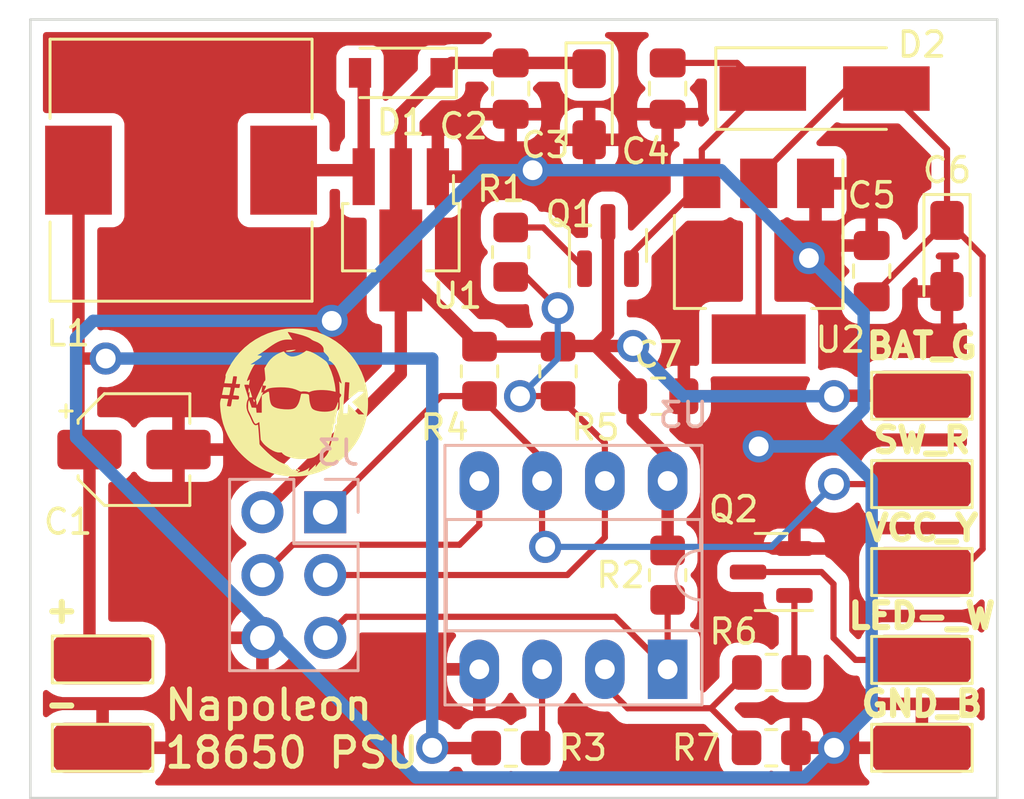
<source format=kicad_pcb>
(kicad_pcb (version 20211014) (generator pcbnew)

  (general
    (thickness 1.6)
  )

  (paper "A5")
  (title_block
    (title "Napoleon Grill Battery Supply")
    (date "2024-10-22")
    (rev "0.1-alpha")
    (company "Yavook!de")
  )

  (layers
    (0 "F.Cu" signal)
    (31 "B.Cu" signal)
    (32 "B.Adhes" user "B.Adhesive")
    (33 "F.Adhes" user "F.Adhesive")
    (34 "B.Paste" user)
    (35 "F.Paste" user)
    (36 "B.SilkS" user "B.Silkscreen")
    (37 "F.SilkS" user "F.Silkscreen")
    (38 "B.Mask" user)
    (39 "F.Mask" user)
    (40 "Dwgs.User" user "User.Drawings")
    (41 "Cmts.User" user "User.Comments")
    (42 "Eco1.User" user "User.Eco1")
    (43 "Eco2.User" user "User.Eco2")
    (44 "Edge.Cuts" user)
    (45 "Margin" user)
    (46 "B.CrtYd" user "B.Courtyard")
    (47 "F.CrtYd" user "F.Courtyard")
    (48 "B.Fab" user)
    (49 "F.Fab" user)
    (50 "User.1" user "Nutzer.1")
    (51 "User.2" user "Nutzer.2")
    (52 "User.3" user "Nutzer.3")
    (53 "User.4" user "Nutzer.4")
    (54 "User.5" user "Nutzer.5")
    (55 "User.6" user "Nutzer.6")
    (56 "User.7" user "Nutzer.7")
    (57 "User.8" user "Nutzer.8")
    (58 "User.9" user "Nutzer.9")
  )

  (setup
    (stackup
      (layer "F.SilkS" (type "Top Silk Screen"))
      (layer "F.Paste" (type "Top Solder Paste"))
      (layer "F.Mask" (type "Top Solder Mask") (thickness 0.01))
      (layer "F.Cu" (type "copper") (thickness 0.035))
      (layer "dielectric 1" (type "core") (thickness 1.51) (material "FR4") (epsilon_r 4.5) (loss_tangent 0.02))
      (layer "B.Cu" (type "copper") (thickness 0.035))
      (layer "B.Mask" (type "Bottom Solder Mask") (thickness 0.01))
      (layer "B.Paste" (type "Bottom Solder Paste"))
      (layer "B.SilkS" (type "Bottom Silk Screen"))
      (copper_finish "None")
      (dielectric_constraints no)
    )
    (pad_to_mask_clearance 0)
    (pcbplotparams
      (layerselection 0x0000000_7fffffff)
      (disableapertmacros false)
      (usegerberextensions false)
      (usegerberattributes true)
      (usegerberadvancedattributes true)
      (creategerberjobfile true)
      (svguseinch false)
      (svgprecision 6)
      (excludeedgelayer false)
      (plotframeref true)
      (viasonmask true)
      (mode 1)
      (useauxorigin false)
      (hpglpennumber 1)
      (hpglpenspeed 20)
      (hpglpendiameter 15.000000)
      (dxfpolygonmode true)
      (dxfimperialunits true)
      (dxfusepcbnewfont true)
      (psnegative true)
      (psa4output false)
      (plotreference false)
      (plotvalue false)
      (plotinvisibletext false)
      (sketchpadsonfab false)
      (subtractmaskfromsilk false)
      (outputformat 4)
      (mirror true)
      (drillshape 1)
      (scaleselection 1)
      (outputdirectory "")
    )
  )

  (net 0 "")
  (net 1 "+BATT")
  (net 2 "GND")
  (net 3 "+5V")
  (net 4 "Net-(C4-Pad2)")
  (net 5 "+3V3")
  (net 6 "Net-(D1-Pad2)")
  (net 7 "SW")
  (net 8 "LED-")
  (net 9 "~{3V3_EN}")
  (net 10 "/(MOSI)")
  (net 11 "/(~{RST})")
  (net 12 "Net-(Q1-Pad1)")
  (net 13 "Net-(Q2-Pad1)")
  (net 14 "/BAT_SENSE")
  (net 15 "/LED_ON")

  (footprint "Resistor_SMD:R_0805_2012Metric_Pad1.20x1.40mm_HandSolder" (layer "F.Cu") (at 37.211 27.194 90))

  (footprint "Resistor_SMD:R_0805_2012Metric_Pad1.20x1.40mm_HandSolder" (layer "F.Cu") (at 43.561 40.259 90))

  (footprint "Capacitor_SMD:C_0805_2012Metric_Pad1.18x1.45mm_HandSolder" (layer "F.Cu") (at 51.816 27.9615 90))

  (footprint "Package_TO_SOT_SMD:SOT-223-3_TabPin2" (layer "F.Cu") (at 47.244 27.559 -90))

  (footprint "Capacitor_Tantalum_SMD:CP_EIA-3216-18_Kemet-A_Pad1.58x1.35mm_HandSolder" (layer "F.Cu") (at 54.864 27.3455 -90))

  (footprint "Inductor_SMD:L_10.4x10.4_H4.8" (layer "F.Cu") (at 23.876 23.876))

  (footprint "Resistor_SMD:R_0805_2012Metric_Pad1.20x1.40mm_HandSolder" (layer "F.Cu") (at 39.126 32.014 90))

  (footprint "Diode_SMD:D_SMA_Handsoldering" (layer "F.Cu") (at 49.911 20.574))

  (footprint "Capacitor_SMD:CP_Elec_4x5.4" (layer "F.Cu") (at 21.971 35.179))

  (footprint "Capacitor_SMD:C_0805_2012Metric_Pad1.18x1.45mm_HandSolder" (layer "F.Cu") (at 43.18 33.02))

  (footprint "Package_TO_SOT_SMD:SOT-89-3_Handsoldering" (layer "F.Cu") (at 32.766 26.289 -90))

  (footprint "mini-boards:yavook_6mm" (layer "F.Cu") (at 28.448 33.274))

  (footprint "Resistor_SMD:R_0805_2012Metric_Pad1.20x1.40mm_HandSolder" (layer "F.Cu") (at 35.951 32.014 90))

  (footprint "Capacitor_SMD:C_0805_2012Metric_Pad1.18x1.45mm_HandSolder" (layer "F.Cu") (at 43.561 20.574 90))

  (footprint "Diode_SMD:D_SOD-123" (layer "F.Cu") (at 32.766 19.939 180))

  (footprint "Resistor_SMD:R_0805_2012Metric_Pad1.20x1.40mm_HandSolder" (layer "F.Cu") (at 47.752 47.244 180))

  (footprint "mini-boards:SolderWire_05_2x4mm" (layer "F.Cu") (at 53.848 33 -90))

  (footprint "Package_TO_SOT_SMD:SOT-23" (layer "F.Cu") (at 41.148 26.924 90))

  (footprint "Resistor_SMD:R_0805_2012Metric_Pad1.20x1.40mm_HandSolder" (layer "F.Cu") (at 37.221 47.254 180))

  (footprint "Package_TO_SOT_SMD:SOT-23" (layer "F.Cu") (at 47.752 40.132 180))

  (footprint "mini-boards:SolderWire_02_2x4mm" (layer "F.Cu") (at 20.701 43.668 -90))

  (footprint "Capacitor_SMD:C_0805_2012Metric_Pad1.18x1.45mm_HandSolder" (layer "F.Cu") (at 37.211 20.574 -90))

  (footprint "Resistor_SMD:R_0805_2012Metric_Pad1.20x1.40mm_HandSolder" (layer "F.Cu") (at 47.768 44.196))

  (footprint "Capacitor_Tantalum_SMD:CP_EIA-3216-18_Kemet-A_Pad1.58x1.35mm_HandSolder" (layer "F.Cu") (at 40.386 21.209 -90))

  (footprint "Connector_PinHeader_2.54mm:PinHeader_2x03_P2.54mm_Vertical" (layer "B.Cu") (at 29.7085 37.714 180))

  (footprint "Package_DIP:DIP-8_W7.62mm_Socket_LongPads" (layer "B.Cu") (at 43.561 44.069 90))

  (gr_line (start 17.78 49.276) (end 56.896 49.276) (layer "Edge.Cuts") (width 0.1) (tstamp 34e967b3-de57-4561-9dd5-96c5dc3a6c07))
  (gr_line (start 17.78 17.78) (end 17.78 49.276) (layer "Edge.Cuts") (width 0.1) (tstamp 98834490-029b-4a46-8741-f1f823dcac7b))
  (gr_line (start 56.896 17.78) (end 17.78 17.78) (layer "Edge.Cuts") (width 0.1) (tstamp e763054f-c77a-439c-bfc2-aeb0404cbfcb))
  (gr_line (start 56.896 49.276) (end 56.896 17.78) (layer "Edge.Cuts") (width 0.1) (tstamp f830eab5-3b07-494b-a8ea-5832d2ee7357))
  (gr_text "Napoleon\n18650 PSU" (at 23.114 46.482) (layer "F.SilkS") (tstamp 0b5c1c5f-fb5b-4b9d-a898-815b7f5bbff0)
    (effects (font (size 1.2 1.2) (thickness 0.2)) (justify left))
  )
  (gr_text "SW_R" (at 53.848 34.798) (layer "F.SilkS") (tstamp 1a1c3d19-af17-4779-a1fd-8ac5a36a50f5)
    (effects (font (size 1 1) (thickness 0.25)))
  )
  (gr_text "+" (at 19.05 41.656) (layer "F.SilkS") (tstamp 42c05a67-b42f-4b6d-9c44-571af09eeb4b)
    (effects (font (size 1 1) (thickness 0.25)))
  )
  (gr_text "VCC_Y" (at 53.848 38.354) (layer "F.SilkS") (tstamp 51aa13dc-6c9f-4ad9-adf3-2be459fb4771)
    (effects (font (size 1 1) (thickness 0.25)))
  )
  (gr_text "-" (at 19.05 45.466) (layer "F.SilkS") (tstamp 7a993f1b-b438-43da-b6d4-c0dbf63b8edc)
    (effects (font (size 1 1) (thickness 0.25)))
  )
  (gr_text "BAT_G" (at 53.848 30.988) (layer "F.SilkS") (tstamp 816d9601-af08-4260-a966-ab159c080a6c)
    (effects (font (size 1 1) (thickness 0.25)))
  )
  (gr_text "GND_B" (at 53.848 45.466) (layer "F.SilkS") (tstamp 881cd0ed-7f38-43bc-ab09-842ba69140d9)
    (effects (font (size 1 1) (thickness 0.25)))
  )
  (gr_text "LED-_W" (at 53.848 41.91) (layer "F.SilkS") (tstamp a4e22a47-8081-427b-a284-fdb057c6b905)
    (effects (font (size 1 1) (thickness 0.25)))
  )

  (segment (start 36.221 47.254) (end 34.046 47.254) (width 0.5) (layer "F.Cu") (net 1) (tstamp 21ab2ed1-7f4d-4f0f-9e8b-c67f781729e5))
  (segment (start 20.171 35.179) (end 19.726 34.734) (width 0.5) (layer "F.Cu") (net 1) (tstamp 38c469f6-3c08-437e-9c45-ca40a23eb453))
  (segment (start 34.046 47.254) (end 34.036 47.244) (width 0.5) (layer "F.Cu") (net 1) (tstamp 52b35139-02eb-477b-9db5-eff022692151))
  (segment (start 19.812 31.496) (end 19.726 31.41) (width 0.5) (layer "F.Cu") (net 1) (tstamp 568febde-0e82-4c4c-895a-3e9d4c203337))
  (segment (start 19.726 31.918) (end 19.726 31.41) (width 0.5) (layer "F.Cu") (net 1) (tstamp 5b9f7ef7-441a-400b-b9d7-b2adbeba4486))
  (segment (start 19.726 31.41) (end 19.726 23.876) (width 0.5) (layer "F.Cu") (net 1) (tstamp 6028ded1-ff9e-4e58-a3d6-1d1a52ddd7b9))
  (segment (start 20.828 31.496) (end 19.812 31.496) (width 0.5) (layer "F.Cu") (net 1) (tstamp 6b5877a6-951b-47d9-bdb8-a982548f4da5))
  (segment (start 20.171 43.138) (end 20.171 35.179) (width 0.5) (layer "F.Cu") (net 1) (tstamp 6f9b287f-d2ec-4403-bb76-df9807cfe1b7))
  (segment (start 19.726 34.734) (end 19.726 31.918) (width 0.5) (layer "F.Cu") (net 1) (tstamp bb65050c-5017-46ff-a0d9-420567749183))
  (segment (start 20.701 43.668) (end 20.171 43.138) (width 0.5) (layer "F.Cu") (net 1) (tstamp e61e93b4-fa3c-4290-8a5b-90a29d53bca6))
  (via (at 20.828 31.496) (size 1.3) (drill 0.8) (layers "F.Cu" "B.Cu") (net 1) (tstamp 563e54e1-c7f0-474e-94d7-7ba5734bac61))
  (via (at 34.036 47.244) (size 1.3) (drill 0.8) (layers "F.Cu" "B.Cu") (net 1) (tstamp eef8aab8-7acd-42c3-be68-1ddc73a955ef))
  (segment (start 34.036 47.244) (end 34.036 31.496) (width 0.5) (layer "B.Cu") (net 1) (tstamp 356a4adf-df1a-4308-b021-13b68de38c5d))
  (segment (start 34.036 31.496) (end 20.828 31.496) (width 0.5) (layer "B.Cu") (net 1) (tstamp 97b908d6-f506-4ff2-9d8e-b6224c559321))
  (via (at 29.972 29.972) (size 1.3) (drill 0.8) (layers "F.Cu" "B.Cu") (net 2) (tstamp 0c4017d3-4441-4bfd-9480-4cb014c563ae))
  (via (at 38.1 23.876) (size 1.3) (drill 0.8) (layers "F.Cu" "B.Cu") (net 2) (tstamp 25519100-a83d-4b1f-9a31-b794aebc6e50))
  (via (at 47.244 35.052) (size 1.3) (drill 0.8) (layers "F.Cu" "B.Cu") (net 2) (tstamp 6e7e7b7e-407a-46a2-beab-f749bff7b436))
  (via (at 49.276 27.432) (size 1.3) (drill 0.8) (layers "F.Cu" "B.Cu") (net 2) (tstamp 73bfe9f0-e29f-4af8-93e6-43b7a08b96be))
  (via (at 50.292 47.244) (size 1.3) (drill 0.8) (layers "F.Cu" "B.Cu") (net 2) (tstamp 7406d141-a636-4854-abdc-f7c495c82f87))
  (segment (start 51.491511 33.516855) (end 49.956366 35.052) (width 0.5) (layer "B.Cu") (net 2) (tstamp 0fc733e2-f0b4-4a9f-81e5-296cbc25d5ae))
  (segment (start 51.491511 29.647511) (end 51.491511 33.516855) (width 0.5) (layer "B.Cu") (net 2) (tstamp 1114f773-f26b-4ef6-a2f6-1becbf2fcc25))
  (segment (start 49.956366 35.052) (end 47.244 35.052) (width 0.5) (layer "B.Cu") (net 2) (tstamp 302d59ab-d85b-4548-a74c-235b953562c8))
  (segment (start 47.244 35.052) (end 50.464366 35.052) (width 0.5) (layer "B.Cu") (net 2) (tstamp 4b0f37e8-d4dc-42f1-b452-33986e29fab2))
  (segment (start 50.464366 35.052) (end 51.816 36.403634) (width 0.5) (layer "B.Cu") (net 2) (tstamp 686b950b-72ab-468a-b7b9-30d1b4a4e4f2))
  (segment (start 38.1 23.876) (end 36.068 23.876) (width 0.5) (layer "B.Cu") (net 2) (tstamp 6decc48e-3a7a-474c-a57a-19a5bca14c57))
  (segment (start 19.628489 30.663511) (end 20.32 29.972) (width 0.5) (layer "B.Cu") (net 2) (tstamp 6ec14ec9-6365-4a40-b498-bc2055248c3c))
  (segment (start 49.092489 48.443511) (end 33.378802 48.443511) (width 0.5) (layer "B.Cu") (net 2) (tstamp 7f6d0c52-0a27-4e46-8015-d86c68709dfe))
  (segment (start 50.292 47.244) (end 49.092489 48.443511) (width 0.5) (layer "B.Cu") (net 2) (tstamp 8974eb9e-03fc-4cab-bf02-00aee77b834b))
  (segment (start 19.628489 34.693198) (end 19.628489 30.663511) (width 0.5) (layer "B.Cu") (net 2) (tstamp 950d8bf1-6e59-4a99-8099-d315d2990045))
  (segment (start 20.32 29.972) (end 29.972 29.972) (width 0.5) (layer "B.Cu") (net 2) (tstamp 9f5fd54d-0e5f-4f4f-b6b0-78724f4ba827))
  (segment (start 45.72 23.876) (end 49.276 27.432) (width 0.5) (layer "B.Cu") (net 2) (tstamp bede6a34-5022-48d3-838c-2778222e715e))
  (segment (start 49.276 27.432) (end 51.491511 29.647511) (width 0.5) (layer "B.Cu") (net 2) (tstamp cadd03ab-41ca-4c4b-aea2-22a3f0e6122e))
  (segment (start 36.068 23.876) (end 29.972 29.972) (width 0.5) (layer "B.Cu") (net 2) (tstamp cdf33bf4-06e5-4143-b5ec-36a042d5eb3e))
  (segment (start 51.816 36.403634) (end 51.816 45.72) (width 0.5) (layer "B.Cu") (net 2) (tstamp df9cb300-ecf3-4f79-8b64-73e6ba0aa702))
  (segment (start 33.378802 48.443511) (end 19.628489 34.693198) (width 0.5) (layer "B.Cu") (net 2) (tstamp e578be67-86df-457a-99b4-ebbe274bdfea))
  (segment (start 38.1 23.876) (end 45.72 23.876) (width 0.5) (layer "B.Cu") (net 2) (tstamp ed35a8ae-2c07-40fe-9420-9970dcdb764c))
  (segment (start 51.816 45.72) (end 50.292 47.244) (width 0.5) (layer "B.Cu") (net 2) (tstamp f69326fe-df27-4277-9e96-08f32f9ce2d7))
  (segment (start 41.148 30.48) (end 41.148 25.9865) (width 0.5) (layer "F.Cu") (net 3) (tstamp 07c9a569-0a9a-45a1-8bae-b59d00a55d39))
  (segment (start 53.848 33) (end 50.312 33) (width 0.5) (layer "F.Cu") (net 3) (tstamp 0c83f5b2-bb79-44dc-a823-b8e58623a019))
  (segment (start 40.151 19.5365) (end 40.386 19.7715) (width 0.5) (layer "F.Cu") (net 3) (tstamp 0c84f166-9c82-4d95-9050-61d2c1d5aec8))
  (segment (start 32.766 32.1165) (end 32.766 24.2265) (width 0.5) (layer "F.Cu") (net 3) (tstamp 38784c9b-c0d7-4bce-b8f7-0efef7d73fba))
  (segment (start 32.766 27.829) (end 32.766 24.2265) (width 0.5) (layer "F.Cu") (net 3) (tstamp 39a081c7-e451-4d7e-a9ba-dee9ed7f2532))
  (segment (start 39.126 31.014) (end 35.951 31.014) (width 0.5) (layer "F.Cu") (net 3) (tstamp 3e04e3ac-263e-4b99-bbd9-4766d8efc34d))
  (segment (start 40.64 30.988) (end 41.148 30.48) (width 0.5) (layer "F.Cu") (net 3) (tstamp 4b4c92dc-4fa9-48b8-9e36-9de960aeb283))
  (segment (start 43.561 35.433) (end 42.1425 34.0145) (width 0.5) (layer "F.Cu") (net 3) (tstamp 53d26bec-da1c-485e-981b-95a7dd201668))
  (segment (start 40.64 30.988) (end 42.1425 32.4905) (width 0.5) (layer "F.Cu") (net 3) (tstamp 57ca1174-2c42-4bf6-a18d-b54c7dfdba34))
  (segment (start 42.1425 34.0145) (end 42.1425 33.02) (width 0.5) (layer "F.Cu") (net 3) (tstamp 5d98e6b1-e4d6-4ecb-8ecf-feaa2b4a99f5))
  (segment (start 39.288366 30.988) (end 40.64 30.988) (width 0.5) (layer "F.Cu") (net 3) (tstamp 6248004b-7888-4e78-b997-e046b1b47a4f))
  (segment (start 32.766 21.589) (end 34.416 19.939) (width 0.5) (layer "F.Cu") (net 3) (tstamp 6d93040d-4118-49b0-b43e-2cbb7659067f))
  (segment (start 50.312 33) (end 50.292 33.02) (width 0.5) (layer "F.Cu") (net 3) (tstamp 7954d2e5-4f11-46d2-acc6-f3ed7c273452))
  (segment (start 43.561 36.449) (end 43.561 39.259) (width 0.5) (layer "F.Cu") (net 3) (tstamp 79e0bd15-4c29-4168-a00c-90691662b7b5))
  (segment (start 39.262366 31.014) (end 39.288366 30.988) (width 0.5) (layer "F.Cu") (net 3) (tstamp 809431cb-631e-4619-ba98-fd70a1c167b4))
  (segment (start 37.211 19.5365) (end 40.151 19.5365) (width 0.5) (layer "F.Cu") (net 3) (tstamp 84ca22c1-f60b-4525-b61d-a870ce74bdbd))
  (segment (start 32.766 24.2265) (end 32.766 21.589) (width 0.5) (layer "F.Cu") (net 3) (tstamp 960583dd-74a1-49ed-8e31-9c5fe4915959))
  (segment (start 34.8185 19.5365) (end 37.211 19.5365) (width 0.5) (layer "F.Cu") (net 3) (tstamp b545efbd-4665-495e-a212-a3eda1da410b))
  (segment (start 42.164 30.988) (end 40.64 30.988) (width 0.5) (layer "F.Cu") (net 3) (tstamp bafbc76f-b213-4f84-802b-752f4448bcba))
  (segment (start 39.126 31.014) (end 39.262366 31.014) (width 0.5) (layer "F.Cu") (net 3) (tstamp c8a50954-3081-4d03-ab3f-e92065677070))
  (segment (start 34.416 19.939) (end 34.8185 19.5365) (width 0.5) (layer "F.Cu") (net 3) (tstamp e1905a39-bd57-41c5-b262-1c8195859afb))
  (segment (start 42.1425 32.4905) (end 42.1425 33.02) (width 0.5) (layer "F.Cu") (net 3) (tstamp ec41e3fa-f416-44a5-9730-cbe35c82aca5))
  (segment (start 35.951 31.014) (end 32.766 27.829) (width 0.5) (layer "F.Cu") (net 3) (tstamp f13c8a3c-ee6c-4725-b2c4-b6301c331b20))
  (segment (start 27.1685 37.714) (end 32.766 32.1165) (width 0.5) (layer "F.Cu") (net 3) (tstamp f28404b2-f037-43e6-9506-b9b2c0e48e51))
  (segment (start 43.561 36.449) (end 43.561 35.433) (width 0.5) (layer "F.Cu") (net 3) (tstamp fb0df9fc-e4ab-4e4e-a491-0f4db966d548))
  (via (at 42.164 30.988) (size 1.3) (drill 0.8) (layers "F.Cu" "B.Cu") (net 3) (tstamp 690afe80-5324-4ad3-b29a-a957b1bb25c3))
  (via (at 50.292 33.02) (size 1.3) (drill 0.8) (layers "F.Cu" "B.Cu") (net 3) (tstamp 8a3738ee-2df5-4e2a-9031-a6168cf8de67))
  (segment (start 50.292 33.02) (end 44.196 33.02) (width 0.5) (layer "B.Cu") (net 3) (tstamp 287e8a0f-5771-4ca3-b4d8-6d1684e71ed8))
  (segment (start 44.196 33.02) (end 42.164 30.988) (width 0.5) (layer "B.Cu") (net 3) (tstamp e972d63f-c5c4-4c4b-a90a-e30d490a39e2))
  (segment (start 44.944 23.041) (end 47.411 20.574) (width 0.25) (layer "F.Cu") (net 4) (tstamp 3b30dd3d-a9a3-486d-8d00-c79474a22a05))
  (segment (start 44.944 24.409) (end 44.944 23.041) (width 0.25) (layer "F.Cu") (net 4) (tstamp 550b624e-9696-49b9-b538-59425abb1306))
  (segment (start 43.561 19.5365) (end 46.3735 19.5365) (width 0.25) (layer "F.Cu") (net 4) (tstamp a6e83826-b42d-4719-aa8a-9ac55ca9d3f0))
  (segment (start 42.098 27.255) (end 44.944 24.409) (width 0.25) (layer "F.Cu") (net 4) (tstamp bad67d77-ac8d-48c9-bc27-7c03d5f0ec54))
  (segment (start 42.098 27.8615) (end 42.098 27.255) (width 0.25) (layer "F.Cu") (net 4) (tstamp c5457779-ee3b-484d-8238-775041a2118b))
  (segment (start 46.3735 19.5365) (end 47.411 20.574) (width 0.25) (layer "F.Cu") (net 4) (tstamp d3d46084-2317-4066-83e7-eacc35dc18c0))
  (segment (start 55.372 40.132) (end 53.848 40.132) (width 0.25) (layer "F.Cu") (net 5) (tstamp 0b562950-7f50-4ca2-8367-964999aa4bae))
  (segment (start 47.244 24.159) (end 50.829 20.574) (width 0.25) (layer "F.Cu") (net 5) (tstamp 0f9e1153-0bf1-44b9-8b1f-3974bc45f4a4))
  (segment (start 54.864 23.027) (end 52.411 20.574) (width 0.25) (layer "F.Cu") (net 5) (tstamp 13290abb-9273-4cc3-90c3-de8eb76a923d))
  (segment (start 56.30452 27.34852) (end 56.30452 39.19948) (width 0.25) (layer "F.Cu") (net 5) (tstamp 147c7025-afc6-4f86-81c5-9dd6da9367fb))
  (segment (start 47.244 30.709) (end 47.244 24.409) (width 0.25) (layer "F.Cu") (net 5) (tstamp 25895764-c350-41a2-a17e-2938fabbc8a0))
  (segment (start 56.30452 39.19948) (end 55.372 40.132) (width 0.25) (layer "F.Cu") (net 5) (tstamp 30020ac2-00e9-48d5-bbd2-386be3fdc791))
  (segment (start 54.864 25.908) (end 54.864 23.027) (width 0.25) (layer "F.Cu") (net 5) (tstamp 6b72d131-93fb-49f9-acd7-28bcd8c183ee))
  (segment (start 51.816 28.999) (end 54.864 25.951) (width 0.25) (layer "F.Cu") (net 5) (tstamp a881a592-8e39-4cf3-98fe-252e609c37a6))
  (segment (start 47.244 24.409) (end 47.244 24.159) (width 0.25) (layer "F.Cu") (net 5) (tstamp abcab5c1-4f8d-4fff-aaef-be849aebe5a1))
  (segment (start 54.864 25.908) (end 56.30452 27.34852) (width 0.25) (layer "F.Cu") (net 5) (tstamp ad37c17d-f37a-4410-a4f9-de82c3c8ab0a))
  (segment (start 54.864 25.951) (end 54.864 25.908) (width 0.25) (layer "F.Cu") (net 5) (tstamp d44f3d4d-2814-4e10-9540-2248a8c6654c))
  (segment (start 50.829 20.574) (end 52.411 20.574) (width 0.25) (layer "F.Cu") (net 5) (tstamp ec51f97a-1448-4a99-ba01-d24cb2b23b6c))
  (segment (start 31.003 23.876) (end 31.266 24.139) (width 0.5) (layer "F.Cu") (net 6) (tstamp 0aa27f7c-861f-4293-a21e-c0b161492a55))
  (segment (start 31.266 24.139) (end 31.266 20.089) (width 0.5) (layer "F.Cu") (net 6) (tstamp 57bd2665-5a58-443e-8743-4aae5ecabbfc))
  (segment (start 31.266 20.089) (end 31.116 19.939) (width 0.5) (layer "F.Cu") (net 6) (tstamp 79425220-a032-494e-8721-f1e712b479c1))
  (segment (start 28.026 23.876) (end 31.003 23.876) (width 0.5) (layer "F.Cu") (net 6) (tstamp e4d209ff-4e0d-46b5-a0e4-ed954a4e9872))
  (segment (start 50.292 36.576) (end 53.848 36.576) (width 0.25) (layer "F.Cu") (net 7) (tstamp 0aa8573f-2e43-4600-b3d2-ad5f972a967c))
  (segment (start 38.481 36.449) (end 38.481 38.989) (width 0.25) (layer "F.Cu") (net 7) (tstamp 153433f2-8f5c-4b81-a731-bb3ef2d5a7ac))
  (segment (start 38.481 35.544) (end 38.481 36.449) (width 0.25) (layer "F.Cu") (net 7) (tstamp 2b54e335-fe00-43c1-8cba-33f920295352))
  (segment (start 34.4085 33.014) (end 35.951 33.014) (width 0.25) (layer "F.Cu") (net 7) (tstamp 65cf3164-6eb5-42b4-af15-3cc21461f559))
  (segment (start 29.7085 37.714) (end 34.4085 33.014) (width 0.25) (layer "F.Cu") (net 7) (tstamp 6cc3f858-76db-4b33-8e06-00eb87c107ef))
  (segment (start 35.951 33.014) (end 38.481 35.544) (width 0.25) (layer "F.Cu") (net 7) (tstamp 75108d1d-1430-4bd6-9194-71b67b0edc50))
  (segment (start 38.481 38.989) (end 38.608 39.116) (width 0.25) (layer "F.Cu") (net 7) (tstamp ce42515d-9c72-4f68-8e5f-8e1d6b0d1a14))
  (via (at 38.608 39.116) (size 1.3) (drill 0.8) (layers "F.Cu" "B.Cu") (net 7) (tstamp 1231b065-6df2-451f-8651-2d3101775518))
  (via (at 50.292 36.576) (size 1.3) (drill 0.8) (layers "F.Cu" "B.Cu") (net 7) (tstamp b6411a36-75ad-4fa9-89d0-3b5c455e4e16))
  (segment (start 47.752 39.116) (end 50.292 36.576) (width 0.25) (layer "B.Cu") (net 7) (tstamp 005cf3d5-546a-4540-ba3a-4d1f0d44ffb5))
  (segment (start 38.608 39.116) (end 47.752 39.116) (width 0.25) (layer "B.Cu") (net 7) (tstamp fc505821-2330-4afe-9c43-ed364b8ca5ac))
  (segment (start 49.784 40.132) (end 50.272 40.62) (width 0.25) (layer "F.Cu") (net 8) (tstamp 0dc118fc-e6a1-4ff1-b266-ab122b7abac6))
  (segment (start 46.8145 40.132) (end 49.784 40.132) (width 0.25) (layer "F.Cu") (net 8) (tstamp 1859ef23-a40e-4748-b369-6ce1f0904410))
  (segment (start 50.272 40.62) (end 50.272 42.799) (width 0.25) (layer "F.Cu") (net 8) (tstamp 9e3483a4-c28c-434d-a615-a9ab4d525e4c))
  (segment (start 50.272 42.799) (end 51.161 43.688) (width 0.25) (layer "F.Cu") (net 8) (tstamp dc168bbf-c74b-469f-9366-dff9c73e0187))
  (segment (start 51.161 43.688) (end 53.848 43.688) (width 0.25) (layer "F.Cu") (net 8) (tstamp ec861fc5-bbe9-47c6-a9d3-9f512544f890))
  (segment (start 37.598 33.014) (end 37.592 33.02) (width 0.25) (layer "F.Cu") (net 9) (tstamp 2b2f4c53-a036-403c-b827-312efcbb6d84))
  (segment (start 41.021 34.909) (end 39.126 33.014) (width 0.25) (layer "F.Cu") (net 9) (tstamp 333a59db-17e7-4c0c-b861-8c68d8beaaf3))
  (segment (start 39.126 33.014) (end 37.598 33.014) (width 0.25) (layer "F.Cu") (net 9) (tstamp 70adb506-1f01-4236-bfa3-ae34a6f81a95))
  (segment (start 39.502 40.254) (end 41.021 38.735) (width 0.25) (layer "F.Cu") (net 9) (tstamp 8ee26396-cfa7-4786-be63-57d651d4959b))
  (segment (start 37.846 28.194) (end 37.211 28.194) (width 0.25) (layer "F.Cu") (net 9) (tstamp 9b8e0eaf-4e33-4e40-9a49-05d11aa1e9e6))
  (segment (start 39.116 29.464) (end 37.846 28.194) (width 0.25) (layer "F.Cu") (net 9) (tstamp c2c89e33-9b96-475d-9091-40f69937856a))
  (segment (start 29.7085 40.254) (end 39.502 40.254) (width 0.25) (layer "F.Cu") (net 9) (tstamp d3f186d6-ec48-463f-8eee-1547a9ab1e28))
  (segment (start 41.021 36.449) (end 41.021 34.909) (width 0.25) (layer "F.Cu") (net 9) (tstamp d7c66460-4b40-43ec-a071-f368b2ecf316))
  (segment (start 41.021 38.735) (end 41.021 36.449) (width 0.25) (layer "F.Cu") (net 9) (tstamp f2e19665-1bac-4405-8b31-2783fa20082f))
  (via (at 39.116 29.464) (size 1.3) (drill 0.8) (layers "F.Cu" "B.Cu") (net 9) (tstamp 28cf3db3-0efd-445d-8e09-a00dcdb7e4c4))
  (via (at 37.592 33.02) (size 1.3) (drill 0.8) (layers "F.Cu" "B.Cu") (net 9) (tstamp 5513f8ec-efe5-4140-8650-29cd81468e5f))
  (segment (start 39.116 31.496) (end 39.116 29.464) (width 0.25) (layer "B.Cu") (net 9) (tstamp 014661a5-ae7e-4c61-add3-6a7f1238035b))
  (segment (start 37.592 33.02) (end 39.116 31.496) (width 0.25) (layer "B.Cu") (net 9) (tstamp be7d078a-1476-44c8-935c-11bf4f8a2955))
  (segment (start 35.941 38.227) (end 35.941 36.449) (width 0.25) (layer "F.Cu") (net 10) (tstamp 584dcfca-59c1-40c4-b52b-ee5b167246dc))
  (segment (start 35.138511 39.029489) (end 35.941 38.227) (width 0.25) (layer "F.Cu") (net 10) (tstamp bb67a671-89dc-475f-b441-aed63ca7b4cc))
  (segment (start 27.1685 40.254) (end 28.393011 39.029489) (width 0.25) (layer "F.Cu") (net 10) (tstamp cc783d91-a18c-4cce-9f7b-7d1cee10cc87))
  (segment (start 28.393011 39.029489) (end 35.138511 39.029489) (width 0.25) (layer "F.Cu") (net 10) (tstamp d2df5eeb-60b1-4ad0-bece-7860d97e0ea4))
  (segment (start 30.5585 41.944) (end 41.436 41.944) (width 0.25) (layer "F.Cu") (net 11) (tstamp 01313380-8bff-4b79-9418-aa35108a3346))
  (segment (start 41.436 41.944) (end 43.561 44.069) (width 0.25) (layer "F.Cu") (net 11) (tstamp 399e0ecb-bab4-4bf4-98d1-c02d6c95d7cf))
  (segment (start 43.561 44.069) (end 43.561 41.259) (width 0.25) (layer "F.Cu") (net 11) (tstamp 68a81389-4f88-4469-bff1-bedcb3b63bd1))
  (segment (start 29.7085 42.794) (end 30.5585 41.944) (width 0.25) (layer "F.Cu") (net 11) (tstamp f00e656c-e83a-4766-909c-2e0d3eea4f0e))
  (segment (start 40.198 27.8615) (end 38.5305 26.194) (width 0.25) (layer "F.Cu") (net 12) (tstamp 2d72c6af-2718-4c6b-bd3d-61c026a66ec3))
  (segment (start 38.5305 26.194) (end 37.211 26.194) (width 0.25) (layer "F.Cu") (net 12) (tstamp 3450a80d-cfc8-491a-b9b1-663dce8617da))
  (segment (start 48.6895 44.1175) (end 48.6895 41.082) (width 0.25) (layer "F.Cu") (net 13) (tstamp 05c33adf-0725-4414-9474-fc95565c2fc8))
  (segment (start 48.768 44.196) (end 48.6895 44.1175) (width 0.25) (layer "F.Cu") (net 13) (tstamp 2f247a54-fb9e-4f38-8101-29f2c5bfcebd))
  (segment (start 38.221 47.254) (end 38.481 46.994) (width 0.25) (layer "F.Cu") (net 14) (tstamp 66f92f1f-46e2-422e-ad2d-42b2a9561d0f))
  (segment (start 38.481 46.994) (end 38.481 44.069) (width 0.25) (layer "F.Cu") (net 14) (tstamp f2ba199d-d77a-43b8-8ee4-b1b87d363a54))
  (segment (start 46.752 47.075022) (end 45.320489 45.643511) (width 0.25) (layer "F.Cu") (net 15) (tstamp 3cfe9293-796b-49cd-8863-06dbd1a9f84e))
  (segment (start 45.320489 45.643511) (end 46.768 44.196) (width 0.25) (layer "F.Cu") (net 15) (tstamp 721242bc-73a5-47b2-99ad-ff13b4c30b8c))
  (segment (start 41.021 44.069) (end 41.021 44.719) (width 0.25) (layer "F.Cu") (net 15) (tstamp c43e3df4-9299-41eb-bed8-b2dd33a04587))
  (segment (start 41.021 44.719) (end 41.945511 45.643511) (width 0.25) (layer "F.Cu") (net 15) (tstamp e9a83744-789e-49fc-b2a6-9a10bf3f639d))
  (segment (start 41.945511 45.643511) (end 45.320489 45.643511) (width 0.25) (layer "F.Cu") (net 15) (tstamp f503b46d-e0fc-4655-9a6f-b08fdfea6767))
  (segment (start 46.752 47.244) (end 46.752 47.075022) (width 0.25) (layer "F.Cu") (net 15) (tstamp f6b6fa92-37d0-44da-80e0-804086ceb650))

  (zone (net 2) (net_name "GND") (layer "F.Cu") (tstamp babc852d-9cdb-4538-915a-5637c152f8f9) (hatch edge 0.508)
    (connect_pads (clearance 0.508))
    (min_thickness 0.254) (filled_areas_thickness no)
    (fill yes (thermal_gap 0.508) (thermal_bridge_width 0.508))
    (polygon
      (pts
        (xy 56.896 49.276)
        (xy 17.78 49.276)
        (xy 17.78 17.78)
        (xy 56.896 17.78)
      )
    )
    (filled_polygon
      (layer "F.Cu")
      (pts
        (xy 36.391743 18.308002)
        (xy 36.438236 18.361658)
        (xy 36.44834 18.431932)
        (xy 36.418846 18.496512)
        (xy 36.389925 18.521144)
        (xy 36.261652 18.600522)
        (xy 36.136695 18.725697)
        (xy 36.133739 18.730493)
        (xy 36.076386 18.771155)
        (xy 36.035422 18.778)
        (xy 34.88557 18.778)
        (xy 34.86662 18.776567)
        (xy 34.852385 18.774401)
        (xy 34.852381 18.774401)
        (xy 34.845151 18.773301)
        (xy 34.837859 18.773894)
        (xy 34.837856 18.773894)
        (xy 34.792482 18.777585)
        (xy 34.782267 18.778)
        (xy 34.774207 18.778)
        (xy 34.770573 18.778424)
        (xy 34.770567 18.778424)
        (xy 34.757542 18.779943)
        (xy 34.74598 18.781291)
        (xy 34.741632 18.781721)
        (xy 34.668864 18.78764)
        (xy 34.661903 18.789895)
        (xy 34.655963 18.791082)
        (xy 34.650088 18.792471)
        (xy 34.642819 18.793318)
        (xy 34.57417 18.818236)
        (xy 34.570073 18.819643)
        (xy 34.555487 18.824368)
        (xy 34.516659 18.8305)
        (xy 33.917866 18.8305)
        (xy 33.855684 18.837255)
        (xy 33.719295 18.888385)
        (xy 33.602739 18.975739)
        (xy 33.515385 19.092295)
        (xy 33.464255 19.228684)
        (xy 33.4575 19.290866)
        (xy 33.4575 19.772629)
        (xy 33.437498 19.84075)
        (xy 33.420595 19.861724)
        (xy 32.277089 21.00523)
        (xy 32.262677 21.017616)
        (xy 32.251083 21.026149)
        (xy 32.245182 21.030492)
        (xy 32.240438 21.036076)
        (xy 32.236436 21.039808)
        (xy 32.172975 21.07164)
        (xy 32.102379 21.06411)
        (xy 32.047061 21.019608)
        (xy 32.0245 20.947661)
        (xy 32.0245 20.787513)
        (xy 32.032518 20.743284)
        (xy 32.064973 20.656711)
        (xy 32.064973 20.656709)
        (xy 32.067745 20.649316)
        (xy 32.068599 20.64146)
        (xy 32.074131 20.590531)
        (xy 32.0745 20.587134)
        (xy 32.0745 19.290866)
        (xy 32.067745 19.228684)
        (xy 32.016615 19.092295)
        (xy 31.929261 18.975739)
        (xy 31.812705 18.888385)
        (xy 31.676316 18.837255)
        (xy 31.614134 18.8305)
        (xy 30.617866 18.8305)
        (xy 30.555684 18.837255)
        (xy 30.419295 18.888385)
        (xy 30.302739 18.975739)
        (xy 30.215385 19.092295)
        (xy 30.164255 19.228684)
        (xy 30.1575 19.290866)
        (xy 30.1575 20.587134)
        (xy 30.164255 20.649316)
        (xy 30.215385 20.785705)
        (xy 30.302739 20.902261)
        (xy 30.419295 20.989615)
        (xy 30.427704 20.992767)
        (xy 30.435575 20.997077)
        (xy 30.434664 20.998741)
        (xy 30.48249 21.034663)
        (xy 30.507193 21.101224)
        (xy 30.5075 21.110009)
        (xy 30.5075 22.521671)
        (xy 30.487498 22.589792)
        (xy 30.465593 22.613332)
        (xy 30.466269 22.614008)
        (xy 30.459919 22.620358)
        (xy 30.452739 22.625739)
        (xy 30.365385 22.742295)
        (xy 30.314255 22.878684)
        (xy 30.3075 22.940866)
        (xy 30.3075 22.9915)
        (xy 30.287498 23.059621)
        (xy 30.233842 23.106114)
        (xy 30.1815 23.1175)
        (xy 30.0105 23.1175)
        (xy 29.942379 23.097498)
        (xy 29.895886 23.043842)
        (xy 29.8845 22.9915)
        (xy 29.8845 22.027866)
        (xy 29.877745 21.965684)
        (xy 29.826615 21.829295)
        (xy 29.739261 21.712739)
        (xy 29.622705 21.625385)
        (xy 29.486316 21.574255)
        (xy 29.424134 21.5675)
        (xy 26.627866 21.5675)
        (xy 26.565684 21.574255)
        (xy 26.429295 21.625385)
        (xy 26.312739 21.712739)
        (xy 26.225385 21.829295)
        (xy 26.174255 21.965684)
        (xy 26.1675 22.027866)
        (xy 26.1675 25.724134)
        (xy 26.174255 25.786316)
        (xy 26.225385 25.922705)
        (xy 26.312739 26.039261)
        (xy 26.429295 26.126615)
        (xy 26.565684 26.177745)
        (xy 26.627866 26.1845)
        (xy 29.424134 26.1845)
        (xy 29.486316 26.177745)
        (xy 29.622705 26.126615)
        (xy 29.739261 26.039261)
        (xy 29.826615 25.922705)
        (xy 29.877745 25.786316)
        (xy 29.8845 25.724134)
        (xy 29.8845 24.7605)
        (xy 29.904502 24.692379)
        (xy 29.958158 24.645886)
        (xy 30.0105 24.6345)
        (xy 30.1815 24.6345)
        (xy 30.249621 24.654502)
        (xy 30.296114 24.708158)
        (xy 30.3075 24.7605)
        (xy 30.3075 25.337134)
        (xy 30.314255 25.399316)
        (xy 30.365385 25.535705)
        (xy 30.452739 25.652261)
        (xy 30.569295 25.739615)
        (xy 30.705684 25.790745)
        (xy 30.767866 25.7975)
        (xy 31.259771 25.7975)
        (xy 31.327892 25.817502)
        (xy 31.374385 25.871158)
        (xy 31.385771 25.9235)
        (xy 31.385771 29.589)
        (xy 31.391 29.662111)
        (xy 31.392904 29.668594)
        (xy 31.428055 29.788307)
        (xy 31.432196 29.802411)
        (xy 31.437067 29.80999)
        (xy 31.506378 29.917841)
        (xy 31.50638 29.917844)
        (xy 31.51125 29.925421)
        (xy 31.51806 29.931322)
        (xy 31.614945 30.015274)
        (xy 31.614948 30.015276)
        (xy 31.621757 30.021176)
        (xy 31.754766 30.081919)
        (xy 31.763689 30.083202)
        (xy 31.785251 30.086302)
        (xy 31.899433 30.102719)
        (xy 31.964013 30.132212)
        (xy 32.002396 30.191938)
        (xy 32.0075 30.227436)
        (xy 32.0075 31.750129)
        (xy 31.987498 31.81825)
        (xy 31.970595 31.839224)
        (xy 27.475796 36.334023)
        (xy 27.413484 36.368049)
        (xy 27.364605 36.368975)
        (xy 27.296784 36.356894)
        (xy 27.222952 36.355992)
        (xy 27.078581 36.354228)
        (xy 27.078579 36.354228)
        (xy 27.073411 36.354165)
        (xy 26.852591 36.387955)
        (xy 26.640256 36.457357)
        (xy 26.583314 36.486999)
        (xy 26.470851 36.545544)
        (xy 26.442107 36.560507)
        (xy 26.437974 36.56361)
        (xy 26.437971 36.563612)
        (xy 26.2676 36.69153)
        (xy 26.263465 36.694635)
        (xy 26.109129 36.856138)
        (xy 25.983243 37.04068)
        (xy 25.936216 37.141992)
        (xy 25.90488 37.2095)
        (xy 25.889188 37.243305)
        (xy 25.829489 37.45857)
        (xy 25.805751 37.680695)
        (xy 25.806048 37.685848)
        (xy 25.806048 37.685851)
        (xy 25.815588 37.851301)
        (xy 25.81861 37.903715)
        (xy 25.819747 37.908761)
        (xy 25.819748 37.908767)
        (xy 25.839715 37.997364)
        (xy 25.867722 38.121639)
        (xy 25.951766 38.328616)
        (xy 25.989185 38.389678)
        (xy 26.064924 38.513273)
        (xy 26.068487 38.519088)
        (xy 26.21475 38.687938)
        (xy 26.386626 38.830632)
        (xy 26.434488 38.8586)
        (xy 26.459945 38.873476)
        (xy 26.508669 38.925114)
        (xy 26.52174 38.994897)
        (xy 26.495009 39.060669)
        (xy 26.454555 39.094027)
        (xy 26.442107 39.100507)
        (xy 26.437974 39.10361)
        (xy 26.437971 39.103612)
        (xy 26.2676 39.23153)
        (xy 26.263465 39.234635)
        (xy 26.208417 39.292239)
        (xy 26.133493 39.370643)
        (xy 26.109129 39.396138)
        (xy 26.106215 39.40041)
        (xy 26.106214 39.400411)
        (xy 26.039302 39.4985)
        (xy 25.983243 39.58068)
        (xy 25.948219 39.656134)
        (xy 25.898214 39.763861)
        (xy 25.889188 39.783305)
        (xy 25.829489 39.99857)
        (xy 25.805751 40.220695)
        (xy 25.806048 40.225848)
        (xy 25.806048 40.225851)
        (xy 25.817248 40.420097)
        (xy 25.81861 40.443715)
        (xy 25.819747 40.448761)
        (xy 25.819748 40.448767)
        (xy 25.837611 40.528029)
        (xy 25.867722 40.661639)
        (xy 25.924247 40.800844)
        (xy 25.945162 40.852351)
        (xy 25.951766 40.868616)
        (xy 25.994673 40.938634)
        (xy 26.065791 41.054688)
        (xy 26.068487 41.059088)
        (xy 26.21475 41.227938)
        (xy 26.386626 41.370632)
        (xy 26.448522 41.406801)
        (xy 26.460455 41.413774)
        (xy 26.509179 41.465412)
        (xy 26.52225 41.535195)
        (xy 26.495519 41.600967)
        (xy 26.455062 41.634327)
        (xy 26.446957 41.638546)
        (xy 26.438238 41.644036)
        (xy 26.267933 41.771905)
        (xy 26.260226 41.778748)
        (xy 26.11309 41.932717)
        (xy 26.106604 41.940727)
        (xy 25.986598 42.116649)
        (xy 25.9815 42.125623)
        (xy 25.891838 42.318783)
        (xy 25.888275 42.32847)
        (xy 25.832889 42.528183)
        (xy 25.834412 42.536607)
        (xy 25.846792 42.54)
        (xy 27.2965 42.54)
        (xy 27.364621 42.560002)
        (xy 27.411114 42.613658)
        (xy 27.4225 42.666)
        (xy 27.4225 44.112517)
        (xy 27.426564 44.126359)
        (xy 27.439978 44.128393)
        (xy 27.446684 44.127534)
        (xy 27.456762 44.125392)
        (xy 27.660755 44.064191)
        (xy 27.670342 44.060433)
        (xy 27.861595 43.966739)
        (xy 27.870445 43.961464)
        (xy 28.043828 43.837792)
        (xy 28.0517 43.831139)
        (xy 28.202552 43.680812)
        (xy 28.20923 43.672965)
        (xy 28.336522 43.495819)
        (xy 28.337779 43.496722)
        (xy 28.384873 43.453362)
        (xy 28.454811 43.441145)
        (xy 28.520251 43.468678)
        (xy 28.548079 43.500511)
        (xy 28.608487 43.599088)
        (xy 28.75475 43.767938)
        (xy 28.926626 43.910632)
        (xy 29.1195 44.023338)
        (xy 29.328192 44.10303)
        (xy 29.33326 44.104061)
        (xy 29.333263 44.104062)
        (xy 29.428362 44.12341)
        (xy 29.547097 44.147567)
        (xy 29.552272 44.147757)
        (xy 29.552274 44.147757)
        (xy 29.765173 44.155564)
        (xy 29.765177 44.155564)
        (xy 29.770337 44.155753)
        (xy 29.775457 44.155097)
        (xy 29.775459 44.155097)
        (xy 29.986788 44.128025)
        (xy 29.986789 44.128025)
        (xy 29.991916 44.127368)
        (xy 29.996866 44.125883)
        (xy 30.200929 44.064661)
        (xy 30.200934 44.064659)
        (xy 30.205884 44.063174)
        (xy 30.406494 43.964896)
        (xy 30.58836 43.835173)
        (xy 30.610281 43.813329)
        (xy 30.725193 43.698817)
        (xy 30.746596 43.677489)
        (xy 30.876953 43.496077)
        (xy 30.890495 43.468678)
        (xy 30.973636 43.300453)
        (xy 30.973637 43.300451)
        (xy 30.97593 43.295811)
        (xy 31.033802 43.105334)
        (xy 31.039365 43.087023)
        (xy 31.039365 43.087021)
        (xy 31.04087 43.082069)
        (xy 31.070029 42.86059)
        (xy 31.071656 42.794)
        (xy 31.070181 42.776053)
        (xy 31.065065 42.713823)
        (xy 31.079418 42.644293)
        (xy 31.129084 42.59356)
        (xy 31.190641 42.5775)
        (xy 34.878519 42.5775)
        (xy 34.94664 42.597502)
        (xy 34.993133 42.651158)
        (xy 35.003237 42.721432)
        (xy 34.973743 42.786012)
        (xy 34.967614 42.792595)
        (xy 34.939084 42.821125)
        (xy 34.932028 42.829533)
        (xy 34.807069 43.007993)
        (xy 34.801586 43.017489)
        (xy 34.70951 43.214947)
        (xy 34.705764 43.225239)
        (xy 34.649375 43.435688)
        (xy 34.647472 43.446481)
        (xy 34.633238 43.60917)
        (xy 34.633 43.614635)
        (xy 34.633 43.796885)
        (xy 34.637475 43.812124)
        (xy 34.638865 43.813329)
        (xy 34.646548 43.815)
        (xy 36.069 43.815)
        (xy 36.137121 43.835002)
        (xy 36.183614 43.888658)
        (xy 36.195 43.941)
        (xy 36.195 45.736967)
        (xy 36.198973 45.750498)
        (xy 36.207522 45.751727)
        (xy 36.384761 45.704236)
        (xy 36.395053 45.70049)
        (xy 36.592511 45.608414)
        (xy 36.602007 45.602931)
        (xy 36.780467 45.477972)
        (xy 36.788875 45.470916)
        (xy 36.942916 45.316875)
        (xy 36.949972 45.308467)
        (xy 37.074931 45.130007)
        (xy 37.080414 45.120511)
        (xy 37.096529 45.085951)
        (xy 37.143446 45.032666)
        (xy 37.211723 45.013205)
        (xy 37.279683 45.033747)
        (xy 37.324919 45.085951)
        (xy 37.341151 45.120762)
        (xy 37.341154 45.120767)
        (xy 37.343477 45.125749)
        (xy 37.474802 45.3133)
        (xy 37.6367 45.475198)
        (xy 37.641208 45.478355)
        (xy 37.641211 45.478357)
        (xy 37.793771 45.585181)
        (xy 37.838099 45.640638)
        (xy 37.8475 45.688394)
        (xy 37.8475 45.929106)
        (xy 37.827498 45.997227)
        (xy 37.773842 46.04372)
        (xy 37.734504 46.054433)
        (xy 37.721692 46.055762)
        (xy 37.721688 46.055763)
        (xy 37.714834 46.056474)
        (xy 37.708298 46.058655)
        (xy 37.708296 46.058655)
        (xy 37.588882 46.098495)
        (xy 37.547054 46.11245)
        (xy 37.396652 46.205522)
        (xy 37.321321 46.280985)
        (xy 37.310216 46.292109)
        (xy 37.247934 46.326188)
        (xy 37.177114 46.321185)
        (xy 37.132025 46.292264)
        (xy 37.049483 46.209866)
        (xy 37.044303 46.204695)
        (xy 37.03711 46.200261)
        (xy 36.899968 46.115725)
        (xy 36.899966 46.115724)
        (xy 36.893738 46.111885)
        (xy 36.733254 46.058655)
        (xy 36.732389 46.058368)
        (xy 36.732387 46.058368)
        (xy 36.725861 46.056203)
        (xy 36.719025 46.055503)
        (xy 36.719022 46.055502)
        (xy 36.670483 46.050529)
        (xy 36.6214 46.0455)
        (xy 35.8206 46.0455)
        (xy 35.817354 46.045837)
        (xy 35.81735 46.045837)
        (xy 35.721692 46.055762)
        (xy 35.721688 46.055763)
        (xy 35.714834 46.056474)
        (xy 35.708298 46.058655)
        (xy 35.708296 46.058655)
        (xy 35.588882 46.098495)
        (xy 35.547054 46.11245)
        (xy 35.396652 46.205522)
        (xy 35.271695 46.330697)
        (xy 35.267855 46.336927)
        (xy 35.267854 46.336928)
        (xy 35.207022 46.435616)
        (xy 35.15425 46.483109)
        (xy 35.099762 46.4955)
        (xy 34.9824 46.4955)
        (xy 34.914279 46.475498)
        (xy 34.89688 46.462032)
        (xy 34.744271 46.320963)
        (xy 34.564201 46.207347)
        (xy 34.366441 46.128449)
        (xy 34.360781 46.127323)
        (xy 34.360777 46.127322)
        (xy 34.163282 46.088038)
        (xy 34.16328 46.088038)
        (xy 34.157615 46.086911)
        (xy 34.15184 46.086835)
        (xy 34.151836 46.086835)
        (xy 34.045161 46.085439)
        (xy 33.944716 46.084124)
        (xy 33.939019 46.085103)
        (xy 33.939018 46.085103)
        (xy 33.740564 46.119203)
        (xy 33.740561 46.119204)
        (xy 33.734874 46.120181)
        (xy 33.535116 46.193875)
        (xy 33.352134 46.302739)
        (xy 33.192054 46.443125)
        (xy 33.060238 46.610333)
        (xy 33.057549 46.615444)
        (xy 33.057547 46.615447)
        (xy 33.036899 46.654692)
        (xy 32.9611 46.798762)
        (xy 32.959386 46.804283)
        (xy 32.959384 46.804287)
        (xy 32.925126 46.914616)
        (xy 32.897961 47.002102)
        (xy 32.872936 47.213544)
        (xy 32.886861 47.426006)
        (xy 32.888282 47.431602)
        (xy 32.888283 47.431607)
        (xy 32.906282 47.502475)
        (xy 32.939272 47.632372)
        (xy 32.941689 47.637615)
        (xy 32.997002 47.757598)
        (xy 33.028411 47.825731)
        (xy 33.151296 47.999609)
        (xy 33.303809 48.148181)
        (xy 33.308605 48.151386)
        (xy 33.308608 48.151388)
        (xy 33.389831 48.205659)
        (xy 33.480843 48.266471)
        (xy 33.486146 48.268749)
        (xy 33.486149 48.268751)
        (xy 33.579208 48.308732)
        (xy 33.67647 48.350519)
        (xy 33.752316 48.367681)
        (xy 33.878501 48.396234)
        (xy 33.878506 48.396235)
        (xy 33.884138 48.397509)
        (xy 33.889909 48.397736)
        (xy 33.889911 48.397736)
        (xy 33.951252 48.400146)
        (xy 34.096891 48.405869)
        (xy 34.1026 48.405041)
        (xy 34.102604 48.405041)
        (xy 34.30189 48.376145)
        (xy 34.301894 48.376144)
        (xy 34.307605 48.375316)
        (xy 34.509223 48.306876)
        (xy 34.694993 48.20284)
        (xy 34.726711 48.176461)
        (xy 34.854255 48.070384)
        (xy 34.858693 48.066693)
        (xy 34.865979 48.057932)
        (xy 34.924915 48.018347)
        (xy 34.962854 48.0125)
        (xy 35.099689 48.0125)
        (xy 35.16781 48.032502)
        (xy 35.206833 48.072196)
        (xy 35.272522 48.178348)
        (xy 35.397697 48.303305)
        (xy 35.403927 48.307145)
        (xy 35.403928 48.307146)
        (xy 35.54109 48.391694)
        (xy 35.548262 48.396115)
        (xy 35.57767 48.405869)
        (xy 35.709611 48.449632)
        (xy 35.709613 48.449632)
        (xy 35.716139 48.451797)
        (xy 35.722975 48.452497)
        (xy 35.722978 48.452498)
        (xy 35.766031 48.456909)
        (xy 35.8206 48.4625)
        (xy 36.6214 48.4625)
        (xy 36.624646 48.462163)
        (xy 36.62465 48.462163)
        (xy 36.720308 48.452238)
        (xy 36.720312 48.452237)
        (xy 36.727166 48.451526)
        (xy 36.733702 48.449345)
        (xy 36.733704 48.449345)
        (xy 36.868515 48.404368)
        (xy 36.894946 48.39555)
        (xy 37.045348 48.302478)
        (xy 37.131784 48.215891)
        (xy 37.194066 48.181812)
        (xy 37.264886 48.186815)
        (xy 37.309976 48.215736)
        (xy 37.397697 48.303305)
        (xy 37.403927 48.307145)
        (xy 37.403928 48.307146)
        (xy 37.54109 48.391694)
        (xy 37.548262 48.396115)
        (xy 37.57767 48.405869)
        (xy 37.709611 48.449632)
        (xy 37.709613 48.449632)
        (xy 37.716139 48.451797)
        (xy 37.722975 48.452497)
        (xy 37.722978 48.452498)
        (xy 37.766031 48.456909)
        (xy 37.8206 48.4625)
        (xy 38.6214 48.4625)
        (xy 38.624646 48.462163)
        (xy 38.62465 48.462163)
        (xy 38.720308 48.452238)
        (xy 38.720312 48.452237)
        (xy 38.727166 48.451526)
        (xy 38.733702 48.449345)
        (xy 38.733704 48.449345)
        (xy 38.868515 48.404368)
        (xy 38.894946 48.39555)
        (xy 39.045348 48.302478)
        (xy 39.170305 48.177303)
        (xy 39.188256 48.148181)
        (xy 39.259275 48.032968)
        (xy 39.259276 48.032966)
        (xy 39.263115 48.026738)
        (xy 39.318797 47.858861)
        (xy 39.320534 47.841914)
        (xy 39.329172 47.757598)
        (xy 39.3295 47.7544)
        (xy 39.3295 46.7536)
        (xy 39.329163 46.75035)
        (xy 39.319238 46.654692)
        (xy 39.319237 46.654688)
        (xy 39.318526 46.647834)
        (xy 39.315067 46.637464)
        (xy 39.264868 46.487002)
        (xy 39.26255 46.480054)
        (xy 39.169478 46.329652)
        (xy 39.159461 46.319652)
        (xy 39.151481 46.311686)
        (xy 39.117403 46.249403)
        (xy 39.1145 46.222514)
        (xy 39.1145 45.688394)
        (xy 39.134502 45.620273)
        (xy 39.168229 45.585181)
        (xy 39.320789 45.478357)
        (xy 39.320792 45.478355)
        (xy 39.3253 45.475198)
        (xy 39.487198 45.3133)
        (xy 39.618523 45.125749)
        (xy 39.620846 45.120767)
        (xy 39.620849 45.120762)
        (xy 39.636805 45.086543)
        (xy 39.683722 45.033258)
        (xy 39.751999 45.013797)
        (xy 39.819959 45.034339)
        (xy 39.865195 45.086543)
        (xy 39.881151 45.120762)
        (xy 39.881154 45.120767)
        (xy 39.883477 45.125749)
        (xy 40.014802 45.3133)
        (xy 40.1767 45.475198)
        (xy 40.181208 45.478355)
        (xy 40.181211 45.478357)
        (xy 40.259389 45.533098)
        (xy 40.364251 45.606523)
        (xy 40.369233 45.608846)
        (xy 40.369238 45.608849)
        (xy 40.501009 45.670294)
        (xy 40.571757 45.703284)
        (xy 40.577065 45.704706)
        (xy 40.577067 45.704707)
        (xy 40.787598 45.761119)
        (xy 40.7876 45.761119)
        (xy 40.792913 45.762543)
        (xy 41.021 45.782498)
        (xy 41.026475 45.782019)
        (xy 41.026476 45.782019)
        (xy 41.116581 45.774136)
        (xy 41.186185 45.788125)
        (xy 41.216657 45.810562)
        (xy 41.441859 46.035764)
        (xy 41.449399 46.04405)
        (xy 41.453511 46.050529)
        (xy 41.459288 46.055954)
        (xy 41.503162 46.097154)
        (xy 41.506004 46.099909)
        (xy 41.525741 46.119646)
        (xy 41.528938 46.122126)
        (xy 41.537958 46.129829)
        (xy 41.57019 46.160097)
        (xy 41.577136 46.163916)
        (xy 41.577139 46.163918)
        (xy 41.587945 46.169859)
        (xy 41.604464 46.18071)
        (xy 41.62047 46.193125)
        (xy 41.627739 46.19627)
        (xy 41.627743 46.196273)
        (xy 41.661048 46.210685)
        (xy 41.671698 46.215902)
        (xy 41.710451 46.237206)
        (xy 41.718126 46.239177)
        (xy 41.718127 46.239177)
        (xy 41.730073 46.242244)
        (xy 41.748778 46.248648)
        (xy 41.767366 46.256692)
        (xy 41.775189 46.257931)
        (xy 41.775199 46.257934)
        (xy 41.811035 46.26361)
        (xy 41.822655 46.266016)
        (xy 41.8578 46.275039)
        (xy 41.865481 46.277011)
        (xy 41.885735 46.277011)
        (xy 41.905445 46.278562)
        (xy 41.925454 46.281731)
        (xy 41.933346 46.280985)
        (xy 41.969472 46.27757)
        (xy 41.98133 46.277011)
        (xy 45.005895 46.277011)
        (xy 45.074016 46.297013)
        (xy 45.09499 46.313916)
        (xy 45.606595 46.825521)
        (xy 45.640621 46.887833)
        (xy 45.6435 46.914616)
        (xy 45.6435 47.7444)
        (xy 45.643837 47.747646)
        (xy 45.643837 47.74765)
        (xy 45.653618 47.841914)
        (xy 45.654474 47.850166)
        (xy 45.71045 48.017946)
        (xy 45.803522 48.168348)
        (xy 45.928697 48.293305)
        (xy 45.934927 48.297145)
        (xy 45.934928 48.297146)
        (xy 46.072288 48.381816)
        (xy 46.079262 48.386115)
        (xy 46.138819 48.405869)
        (xy 46.240611 48.439632)
        (xy 46.240613 48.439632)
        (xy 46.247139 48.441797)
        (xy 46.253975 48.442497)
        (xy 46.253978 48.442498)
        (xy 46.297031 48.446909)
        (xy 46.3516 48.4525)
        (xy 47.1524 48.4525)
        (xy 47.155646 48.452163)
        (xy 47.15565 48.452163)
        (xy 47.251308 48.442238)
        (xy 47.251312 48.442237)
        (xy 47.258166 48.441526)
        (xy 47.264702 48.439345)
        (xy 47.264704 48.439345)
        (xy 47.414124 48.389494)
        (xy 47.425946 48.38555)
        (xy 47.576348 48.292478)
        (xy 47.652802 48.215891)
        (xy 47.663138 48.205537)
        (xy 47.725421 48.171458)
        (xy 47.796241 48.176461)
        (xy 47.841329 48.205382)
        (xy 47.923829 48.287739)
        (xy 47.93524 48.296751)
        (xy 48.073243 48.381816)
        (xy 48.086424 48.387963)
        (xy 48.24071 48.439138)
        (xy 48.254086 48.442005)
        (xy 48.348438 48.451672)
        (xy 48.354854 48.452)
        (xy 48.479885 48.452)
        (xy 48.495124 48.447525)
        (xy 48.496329 48.446135)
        (xy 48.498 48.438452)
        (xy 48.498 48.433884)
        (xy 49.006 48.433884)
        (xy 49.010475 48.449123)
        (xy 49.011865 48.450328)
        (xy 49.019548 48.451999)
        (xy 49.149095 48.451999)
        (xy 49.155614 48.451662)
        (xy 49.251206 48.441743)
        (xy 49.2646 48.438851)
        (xy 49.418784 48.387412)
        (xy 49.431962 48.381239)
        (xy 49.569807 48.295937)
        (xy 49.581208 48.286901)
        (xy 49.695739 48.172171)
        (xy 49.704751 48.16076)
        (xy 49.789816 48.022757)
        (xy 49.795963 48.009576)
        (xy 49.847138 47.85529)
        (xy 49.850005 47.841914)
        (xy 49.859672 47.747562)
        (xy 49.86 47.741146)
        (xy 49.86 47.516115)
        (xy 49.855525 47.500876)
        (xy 49.854135 47.499671)
        (xy 49.846452 47.498)
        (xy 49.024115 47.498)
        (xy 49.008876 47.502475)
        (xy 49.007671 47.503865)
        (xy 49.006 47.511548)
        (xy 49.006 48.433884)
        (xy 48.498 48.433884)
        (xy 48.498 46.971885)
        (xy 49.006 46.971885)
        (xy 49.010475 46.987124)
        (xy 49.011865 46.988329)
        (xy 49.019548 46.99)
        (xy 49.841884 46.99)
        (xy 49.857123 46.985525)
        (xy 49.858328 46.984135)
        (xy 49.859999 46.976452)
        (xy 49.859999 46.971885)
        (xy 51.308 46.971885)
        (xy 51.312475 46.987124)
        (xy 51.313865 46.988329)
        (xy 51.321548 46.99)
        (xy 53.575885 46.99)
        (xy 53.591124 46.985525)
        (xy 53.592329 46.984135)
        (xy 53.594 46.976452)
        (xy 53.594 45.738115)
        (xy 53.589525 45.722876)
        (xy 53.588135 45.721671)
        (xy 53.580452 45.72)
        (xy 52.228548 45.72)
        (xy 52.225464 45.720078)
        (xy 52.216244 45.721235)
        (xy 52.031551 45.758476)
        (xy 52.019829 45.762059)
        (xy 51.847253 45.833895)
        (xy 51.836443 45.839692)
        (xy 51.681118 45.943673)
        (xy 51.671631 45.951466)
        (xy 51.539466 46.083631)
        (xy 51.531673 46.093118)
        (xy 51.427692 46.248443)
        (xy 51.421895 46.259253)
        (xy 51.350059 46.431829)
        (xy 51.346476 46.443551)
        (xy 51.309235 46.628244)
        (xy 51.308078 46.637464)
        (xy 51.308 46.640548)
        (xy 51.308 46.971885)
        (xy 49.859999 46.971885)
        (xy 49.859999 46.746905)
        (xy 49.859662 46.740386)
        (xy 49.849743 46.644794)
        (xy 49.846851 46.6314)
        (xy 49.795412 46.477216)
        (xy 49.789239 46.464038)
        (xy 49.703937 46.326193)
        (xy 49.694901 46.314792)
        (xy 49.580171 46.200261)
        (xy 49.56876 46.191249)
        (xy 49.430757 46.106184)
        (xy 49.417576 46.100037)
        (xy 49.26329 46.048862)
        (xy 49.249914 46.045995)
        (xy 49.155562 46.036328)
        (xy 49.149145 46.036)
        (xy 49.024115 46.036)
        (xy 49.008876 46.040475)
        (xy 49.007671 46.041865)
        (xy 49.006 46.049548)
        (xy 49.006 46.971885)
        (xy 48.498 46.971885)
        (xy 48.498 46.054116)
        (xy 48.493525 46.038877)
        (xy 48.492135 46.037672)
        (xy 48.484452 46.036001)
        (xy 48.354905 46.036001)
        (xy 48.348386 46.036338)
        (xy 48.252794 46.046257)
        (xy 48.2394 46.049149)
        (xy 48.085216 46.100588)
        (xy 48.072038 46.106761)
        (xy 47.934193 46.192063)
        (xy 47.922792 46.201099)
        (xy 47.84157 46.282462)
        (xy 47.779287 46.316541)
        (xy 47.708467 46.311538)
        (xy 47.66338 46.282617)
        (xy 47.580488 46.19987)
        (xy 47.580483 46.199866)
        (xy 47.575303 46.194695)
        (xy 47.510371 46.15467)
        (xy 47.430968 46.105725)
        (xy 47.430966 46.105724)
        (xy 47.424738 46.101885)
        (xy 47.293538 46.058368)
        (xy 47.263389 46.048368)
        (xy 47.263387 46.048368)
        (xy 47.256861 46.046203)
        (xy 47.250025 46.045503)
        (xy 47.250022 46.045502)
        (xy 47.206969 46.041091)
        (xy 47.1524 46.0355)
        (xy 46.660573 46.0355)
        (xy 46.592452 46.015498)
        (xy 46.571478 45.998595)
        (xy 46.305489 45.732606)
        (xy 46.271463 45.670294)
        (xy 46.276528 45.599479)
        (xy 46.305489 45.554416)
        (xy 46.4185 45.441405)
        (xy 46.480812 45.407379)
        (xy 46.507595 45.4045)
        (xy 47.1684 45.4045)
        (xy 47.171646 45.404163)
        (xy 47.17165 45.404163)
        (xy 47.267308 45.394238)
        (xy 47.267312 45.394237)
        (xy 47.274166 45.393526)
        (xy 47.280702 45.391345)
        (xy 47.280704 45.391345)
        (xy 47.412806 45.347272)
        (xy 47.441946 45.33755)
        (xy 47.592348 45.244478)
        (xy 47.678784 45.157891)
        (xy 47.741066 45.123812)
        (xy 47.811886 45.128815)
        (xy 47.856975 45.157736)
        (xy 47.890562 45.191264)
        (xy 47.944697 45.245305)
        (xy 47.950927 45.249145)
        (xy 47.950928 45.249146)
        (xy 48.08809 45.333694)
        (xy 48.095262 45.338115)
        (xy 48.175005 45.364564)
        (xy 48.256611 45.391632)
        (xy 48.256613 45.391632)
        (xy 48.263139 45.393797)
        (xy 48.269975 45.394497)
        (xy 48.269978 45.394498)
        (xy 48.313031 45.398909)
        (xy 48.3676 45.4045)
        (xy 49.1684 45.4045)
        (xy 49.171646 45.404163)
        (xy 49.17165 45.404163)
        (xy 49.267308 45.394238)
        (xy 49.267312 45.394237)
        (xy 49.274166 45.393526)
        (xy 49.280702 45.391345)
        (xy 49.280704 45.391345)
        (xy 49.412806 45.347272)
        (xy 49.441946 45.33755)
        (xy 49.592348 45.244478)
        (xy 49.717305 45.119303)
        (xy 49.743887 45.076179)
        (xy 49.806275 44.974968)
        (xy 49.806276 44.974966)
        (xy 49.810115 44.968738)
        (xy 49.853081 44.8392)
        (xy 49.863632 44.807389)
        (xy 49.863632 44.807387)
        (xy 49.865797 44.800861)
        (xy 49.8765 44.6964)
        (xy 49.8765 43.6956)
        (xy 49.875 43.681137)
        (xy 49.867276 43.606702)
        (xy 49.880141 43.536881)
        (xy 49.928711 43.485098)
        (xy 49.997567 43.467796)
        (xy 50.064847 43.490466)
        (xy 50.081698 43.504603)
        (xy 50.657348 44.080253)
        (xy 50.664888 44.088539)
        (xy 50.669 44.095018)
        (xy 50.674777 44.100443)
        (xy 50.718651 44.141643)
        (xy 50.721493 44.144398)
        (xy 50.74123 44.164135)
        (xy 50.744427 44.166615)
        (xy 50.753447 44.174318)
        (xy 50.785679 44.204586)
        (xy 50.792625 44.208405)
        (xy 50.792628 44.208407)
        (xy 50.803434 44.214348)
        (xy 50.819953 44.225199)
        (xy 50.835959 44.237614)
        (xy 50.843228 44.240759)
        (xy 50.843232 44.240762)
        (xy 50.876537 44.255174)
        (xy 50.887187 44.260391)
        (xy 50.92594 44.281695)
        (xy 50.933615 44.283666)
        (xy 50.933616 44.283666)
        (xy 50.945562 44.286733)
        (xy 50.964267 44.293137)
        (xy 50.982855 44.301181)
        (xy 50.990678 44.30242)
        (xy 50.990688 44.302423)
        (xy 51.026524 44.308099)
        (xy 51.038144 44.310505)
        (xy 51.073289 44.319528)
        (xy 51.08097 44.3215)
        (xy 51.101224 44.3215)
        (xy 51.120934 44.323051)
        (xy 51.140943 44.32622)
        (xy 51.148835 44.325474)
        (xy 51.184961 44.322059)
        (xy 51.196819 44.3215)
        (xy 51.209173 44.3215)
        (xy 51.277294 44.341502)
        (xy 51.323787 44.395158)
        (xy 51.332687 44.422595)
        (xy 51.337306 44.445501)
        (xy 51.347213 44.494634)
        (xy 51.423821 44.678672)
        (xy 51.534716 44.844325)
        (xy 51.675675 44.985284)
        (xy 51.841328 45.096179)
        (xy 52.025366 45.172787)
        (xy 52.03141 45.174006)
        (xy 52.031411 45.174006)
        (xy 52.216191 45.211264)
        (xy 52.220779 45.212189)
        (xy 52.226918 45.2125)
        (xy 55.469082 45.2125)
        (xy 55.475221 45.212189)
        (xy 55.479809 45.211264)
        (xy 55.664589 45.174006)
        (xy 55.66459 45.174006)
        (xy 55.670634 45.172787)
        (xy 55.854672 45.096179)
        (xy 56.020325 44.985284)
        (xy 56.161284 44.844325)
        (xy 56.164663 44.839277)
        (xy 56.223333 44.799353)
        (xy 56.294305 44.797485)
        (xy 56.35502 44.834283)
        (xy 56.386202 44.898066)
        (xy 56.388 44.919273)
        (xy 56.388 46.013517)
        (xy 56.367998 46.081638)
        (xy 56.314342 46.128131)
        (xy 56.244068 46.138235)
        (xy 56.179488 46.108741)
        (xy 56.164638 46.093496)
        (xy 56.156535 46.083632)
        (xy 56.024369 45.951466)
        (xy 56.014882 45.943673)
        (xy 55.859557 45.839692)
        (xy 55.848747 45.833895)
        (xy 55.676171 45.762059)
        (xy 55.664449 45.758476)
        (xy 55.479756 45.721235)
        (xy 55.470536 45.720078)
        (xy 55.467452 45.72)
        (xy 54.120115 45.72)
        (xy 54.104876 45.724475)
        (xy 54.103671 45.725865)
        (xy 54.102 45.733548)
        (xy 54.102 47.372)
        (xy 54.081998 47.440121)
        (xy 54.028342 47.486614)
        (xy 53.976 47.498)
        (xy 51.326115 47.498)
        (xy 51.310876 47.502475)
        (xy 51.309671 47.503865)
        (xy 51.308 47.511548)
        (xy 51.308 47.847452)
        (xy 51.308078 47.850536)
        (xy 51.309235 47.859756)
        (xy 51.346476 48.044449)
        (xy 51.350059 48.056171)
        (xy 51.421895 48.228747)
        (xy 51.427692 48.239557)
        (xy 51.531673 48.394882)
        (xy 51.539466 48.404369)
        (xy 51.671632 48.536535)
        (xy 51.681496 48.544638)
        (xy 51.721438 48.603334)
        (xy 51.723305 48.674306)
        (xy 51.686506 48.735021)
        (xy 51.622723 48.766203)
        (xy 51.601517 48.768)
        (xy 22.947483 48.768)
        (xy 22.879362 48.747998)
        (xy 22.832869 48.694342)
        (xy 22.822765 48.624068)
        (xy 22.852259 48.559488)
        (xy 22.867504 48.544638)
        (xy 22.877368 48.536535)
        (xy 23.009534 48.404369)
        (xy 23.017327 48.394882)
        (xy 23.121308 48.239557)
        (xy 23.127105 48.228747)
        (xy 23.198941 48.056171)
        (xy 23.202524 48.044449)
        (xy 23.239765 47.859756)
        (xy 23.240922 47.850536)
        (xy 23.241 47.847452)
        (xy 23.241 47.516115)
        (xy 23.236525 47.500876)
        (xy 23.235135 47.499671)
        (xy 23.227452 47.498)
        (xy 20.573 47.498)
        (xy 20.504879 47.477998)
        (xy 20.458386 47.424342)
        (xy 20.447 47.372)
        (xy 20.447 46.971885)
        (xy 20.955 46.971885)
        (xy 20.959475 46.987124)
        (xy 20.960865 46.988329)
        (xy 20.968548 46.99)
        (xy 23.222885 46.99)
        (xy 23.238124 46.985525)
        (xy 23.239329 46.984135)
        (xy 23.241 46.976452)
        (xy 23.241 46.640548)
        (xy 23.240922 46.637464)
        (xy 23.239765 46.628244)
        (xy 23.202524 46.443551)
        (xy 23.198941 46.431829)
        (xy 23.127105 46.259253)
        (xy 23.121308 46.248443)
        (xy 23.017327 46.093118)
        (xy 23.009534 46.083631)
        (xy 22.877369 45.951466)
        (xy 22.867882 45.943673)
        (xy 22.712557 45.839692)
        (xy 22.701747 45.833895)
        (xy 22.529171 45.762059)
        (xy 22.517449 45.758476)
        (xy 22.332756 45.721235)
        (xy 22.323536 45.720078)
        (xy 22.320452 45.72)
        (xy 20.973115 45.72)
        (xy 20.957876 45.724475)
        (xy 20.956671 45.725865)
        (xy 20.955 45.733548)
        (xy 20.955 46.971885)
        (xy 20.447 46.971885)
        (xy 20.447 45.738115)
        (xy 20.442525 45.722876)
        (xy 20.441135 45.721671)
        (xy 20.433452 45.72)
        (xy 19.081548 45.72)
        (xy 19.078464 45.720078)
        (xy 19.069244 45.721235)
        (xy 18.884551 45.758476)
        (xy 18.872829 45.762059)
        (xy 18.700253 45.833895)
        (xy 18.689443 45.839692)
        (xy 18.534118 45.943673)
        (xy 18.524631 45.951466)
        (xy 18.503095 45.973002)
        (xy 18.440783 46.007028)
        (xy 18.369968 46.001963)
        (xy 18.313132 45.959416)
        (xy 18.288321 45.892896)
        (xy 18.288 45.883907)
        (xy 18.288 45.028799)
        (xy 18.308002 44.960678)
        (xy 18.361658 44.914185)
        (xy 18.431932 44.904081)
        (xy 18.496512 44.933575)
        (xy 18.503095 44.939704)
        (xy 18.528675 44.965284)
        (xy 18.533799 44.968714)
        (xy 18.5338 44.968715)
        (xy 18.540361 44.973107)
        (xy 18.694328 45.076179)
        (xy 18.878366 45.152787)
        (xy 18.88441 45.154006)
        (xy 18.884411 45.154006)
        (xy 19.069191 45.191264)
        (xy 19.073779 45.192189)
        (xy 19.079918 45.1925)
        (xy 22.322082 45.1925)
        (xy 22.328221 45.192189)
        (xy 22.332809 45.191264)
        (xy 22.517589 45.154006)
        (xy 22.51759 45.154006)
        (xy 22.523634 45.152787)
        (xy 22.707672 45.076179)
        (xy 22.861639 44.973107)
        (xy 22.8682 44.968715)
        (xy 22.868201 44.968714)
        (xy 22.873325 44.965284)
        (xy 23.014284 44.824325)
        (xy 23.125179 44.658672)
        (xy 23.181502 44.523365)
        (xy 34.633 44.523365)
        (xy 34.633238 44.52883)
        (xy 34.647472 44.691519)
        (xy 34.649375 44.702312)
        (xy 34.705764 44.912761)
        (xy 34.70951 44.923053)
        (xy 34.801586 45.120511)
        (xy 34.807069 45.130007)
        (xy 34.932028 45.308467)
        (xy 34.939084 45.316875)
        (xy 35.093125 45.470916)
        (xy 35.101533 45.477972)
        (xy 35.279993 45.602931)
        (xy 35.289489 45.608414)
        (xy 35.486947 45.70049)
        (xy 35.497239 45.704236)
        (xy 35.669503 45.750394)
        (xy 35.683599 45.750058)
        (xy 35.687 45.742116)
        (xy 35.687 44.341115)
        (xy 35.682525 44.325876)
        (xy 35.681135 44.324671)
        (xy 35.673452 44.323)
        (xy 34.651115 44.323)
        (xy 34.635876 44.327475)
        (xy 34.634671 44.328865)
        (xy 34.633 44.336548)
        (xy 34.633 44.523365)
        (xy 23.181502 44.523365)
        (xy 23.201787 44.474634)
        (xy 23.231963 44.32498)
        (xy 23.240264 44.283809)
        (xy 23.240264 44.283808)
        (xy 23.241189 44.279221)
        (xy 23.2415 44.273082)
        (xy 23.2415 43.062918)
        (xy 23.241452 43.061966)
        (xy 25.836757 43.061966)
        (xy 25.867065 43.196446)
        (xy 25.870145 43.206275)
        (xy 25.95027 43.403603)
        (xy 25.954913 43.412794)
        (xy 26.066194 43.594388)
        (xy 26.072277 43.602699)
        (xy 26.211713 43.763667)
        (xy 26.21908 43.770883)
        (xy 26.382934 43.906916)
        (xy 26.391381 43.912831)
        (xy 26.575256 44.020279)
        (xy 26.584542 44.024729)
        (xy 26.783501 44.100703)
        (xy 26.793399 44.103579)
        (xy 26.89675 44.124606)
        (xy 26.910799 44.12341)
        (xy 26.9145 44.113065)
        (xy 26.9145 43.066115)
        (xy 26.910025 43.050876)
        (xy 26.908635 43.049671)
        (xy 26.900952 43.048)
        (xy 25.851725 43.048)
        (xy 25.838194 43.051973)
        (xy 25.836757 43.061966)
        (xy 23.241452 43.061966)
        (xy 23.241189 43.056779)
        (xy 23.230353 43.003036)
        (xy 23.203006 42.867411)
        (xy 23.203006 42.86741)
        (xy 23.201787 42.861366)
        (xy 23.125179 42.677328)
        (xy 23.030975 42.536607)
        (xy 23.017715 42.5168)
        (xy 23.017714 42.516799)
        (xy 23.014284 42.511675)
        (xy 22.873325 42.370716)
        (xy 22.707672 42.259821)
        (xy 22.523634 42.183213)
        (xy 22.51759 42.181994)
        (xy 22.517589 42.181994)
        (xy 22.332809 42.144736)
        (xy 22.332808 42.144736)
        (xy 22.328221 42.143811)
        (xy 22.322082 42.1435)
        (xy 21.0555 42.1435)
        (xy 20.987379 42.123498)
        (xy 20.940886 42.069842)
        (xy 20.9295 42.0175)
        (xy 20.9295 36.6135)
        (xy 20.949502 36.545379)
        (xy 21.003158 36.498886)
        (xy 21.0555 36.4875)
        (xy 21.2714 36.4875)
        (xy 21.274646 36.487163)
        (xy 21.27465 36.487163)
        (xy 21.370308 36.477238)
        (xy 21.370312 36.477237)
        (xy 21.377166 36.476526)
        (xy 21.383702 36.474345)
        (xy 21.383704 36.474345)
        (xy 21.515806 36.430272)
        (xy 21.544946 36.42055)
        (xy 21.695348 36.327478)
        (xy 21.820305 36.202303)
        (xy 21.86404 36.131352)
        (xy 21.916811 36.08386)
        (xy 21.986883 36.072436)
        (xy 22.052006 36.10071)
        (xy 22.078443 36.131166)
        (xy 22.119063 36.196807)
        (xy 22.128099 36.208208)
        (xy 22.242829 36.322739)
        (xy 22.25424 36.331751)
        (xy 22.392243 36.416816)
        (xy 22.405424 36.422963)
        (xy 22.55971 36.474138)
        (xy 22.573086 36.477005)
        (xy 22.667438 36.486672)
        (xy 22.673854 36.487)
        (xy 23.498885 36.487)
        (xy 23.514124 36.482525)
        (xy 23.515329 36.481135)
        (xy 23.517 36.473452)
        (xy 23.517 36.468884)
        (xy 24.025 36.468884)
        (xy 24.029475 36.484123)
        (xy 24.030865 36.485328)
        (xy 24.038548 36.486999)
        (xy 24.868095 36.486999)
        (xy 24.874614 36.486662)
        (xy 24.970206 36.476743)
        (xy 24.9836 36.473851)
        (xy 25.137784 36.422412)
        (xy 25.150962 36.416239)
        (xy 25.288807 36.330937)
        (xy 25.300208 36.321901)
        (xy 25.414739 36.207171)
        (xy 25.423751 36.19576)
        (xy 25.508816 36.057757)
        (xy 25.514963 36.044576)
        (xy 25.566138 35.89029)
        (xy 25.569005 35.876914)
        (xy 25.578672 35.782562)
        (xy 25.579 35.776146)
        (xy 25.579 35.451115)
        (xy 25.574525 35.435876)
        (xy 25.573135 35.434671)
        (xy 25.565452 35.433)
        (xy 24.043115 35.433)
        (xy 24.027876 35.437475)
        (xy 24.026671 35.438865)
        (xy 24.025 35.446548)
        (xy 24.025 36.468884)
        (xy 23.517 36.468884)
        (xy 23.517 34.906885)
        (xy 24.025 34.906885)
        (xy 24.029475 34.922124)
        (xy 24.030865 34.923329)
        (xy 24.038548 34.925)
        (xy 25.560884 34.925)
        (xy 25.576123 34.920525)
        (xy 25.577328 34.919135)
        (xy 25.578999 34.911452)
        (xy 25.578999 34.581905)
        (xy 25.578662 34.575386)
        (xy 25.568743 34.479794)
        (xy 25.565851 34.4664)
        (xy 25.514412 34.312216)
        (xy 25.508239 34.299038)
        (xy 25.422937 34.161193)
        (xy 25.413901 34.149792)
        (xy 25.299171 34.035261)
        (xy 25.28776 34.026249)
        (xy 25.149757 33.941184)
        (xy 25.136576 33.935037)
        (xy 24.98229 33.883862)
        (xy 24.968914 33.880995)
        (xy 24.874562 33.871328)
        (xy 24.868145 33.871)
        (xy 24.043115 33.871)
        (xy 24.027876 33.875475)
        (xy 24.026671 33.876865)
        (xy 24.025 33.884548)
        (xy 24.025 34.906885)
        (xy 23.517 34.906885)
        (xy 23.517 33.889116)
        (xy 23.512525 33.873877)
        (xy 23.511135 33.872672)
        (xy 23.503452 33.871001)
        (xy 22.673905 33.871001)
        (xy 22.667386 33.871338)
        (xy 22.571794 33.881257)
        (xy 22.5584 33.884149)
        (xy 22.404216 33.935588)
        (xy 22.391038 33.941761)
        (xy 22.253193 34.027063)
        (xy 22.241792 34.036099)
        (xy 22.127261 34.150829)
        (xy 22.118249 34.16224)
        (xy 22.078549 34.226646)
        (xy 22.025777 34.274139)
        (xy 21.955706 34.285563)
        (xy 21.890582 34.257289)
        (xy 21.864145 34.226833)
        (xy 21.857023 34.215323)
        (xy 21.819478 34.154652)
        (xy 21.694303 34.029695)
        (xy 21.655822 34.005975)
        (xy 21.549968 33.940725)
        (xy 21.549966 33.940724)
        (xy 21.543738 33.936885)
        (xy 21.428749 33.898745)
        (xy 21.382389 33.883368)
        (xy 21.382387 33.883368)
        (xy 21.375861 33.881203)
        (xy 21.369025 33.880503)
        (xy 21.369022 33.880502)
        (xy 21.325969 33.876091)
        (xy 21.2714 33.8705)
        (xy 20.6105 33.8705)
        (xy 20.542379 33.850498)
        (xy 20.495886 33.796842)
        (xy 20.4845 33.7445)
        (xy 20.4845 32.763842)
        (xy 20.504502 32.695721)
        (xy 20.558158 32.649228)
        (xy 20.628432 32.639124)
        (xy 20.638308 32.640949)
        (xy 20.670501 32.648234)
        (xy 20.670506 32.648235)
        (xy 20.676138 32.649509)
        (xy 20.681909 32.649736)
        (xy 20.681911 32.649736)
        (xy 20.743252 32.652146)
        (xy 20.888891 32.657869)
        (xy 20.8946 32.657041)
        (xy 20.894604 32.657041)
        (xy 21.09389 32.628145)
        (xy 21.093894 32.628144)
        (xy 21.099605 32.627316)
        (xy 21.301223 32.558876)
        (xy 21.486993 32.45484)
        (xy 21.536113 32.413988)
        (xy 21.646255 32.322384)
        (xy 21.650693 32.318693)
        (xy 21.78684 32.154993)
        (xy 21.890876 31.969223)
        (xy 21.959316 31.767605)
        (xy 21.960835 31.757134)
        (xy 21.989337 31.560561)
        (xy 21.989337 31.560559)
        (xy 21.989869 31.556891)
        (xy 21.991463 31.496)
        (xy 21.971981 31.283976)
        (xy 21.914186 31.079052)
        (xy 21.901123 31.052561)
        (xy 21.82257 30.893273)
        (xy 21.820015 30.888092)
        (xy 21.692622 30.717491)
        (xy 21.536271 30.572963)
        (xy 21.356201 30.459347)
        (xy 21.158441 30.380449)
        (xy 21.152781 30.379323)
        (xy 21.152777 30.379322)
        (xy 20.955282 30.340038)
        (xy 20.95528 30.340038)
        (xy 20.949615 30.338911)
        (xy 20.94384 30.338835)
        (xy 20.943836 30.338835)
        (xy 20.837161 30.337439)
        (xy 20.736716 30.336124)
        (xy 20.731019 30.337103)
        (xy 20.731018 30.337103)
        (xy 20.631838 30.354145)
        (xy 20.561314 30.345968)
        (xy 20.506406 30.300961)
        (xy 20.4845 30.229965)
        (xy 20.4845 26.3105)
        (xy 20.504502 26.242379)
        (xy 20.558158 26.195886)
        (xy 20.6105 26.1845)
        (xy 21.124134 26.1845)
        (xy 21.186316 26.177745)
        (xy 21.322705 26.126615)
        (xy 21.439261 26.039261)
        (xy 21.526615 25.922705)
        (xy 21.577745 25.786316)
        (xy 21.5845 25.724134)
        (xy 21.5845 22.027866)
        (xy 21.577745 21.965684)
        (xy 21.526615 21.829295)
        (xy 21.439261 21.712739)
        (xy 21.322705 21.625385)
        (xy 21.186316 21.574255)
        (xy 21.124134 21.5675)
        (xy 18.414 21.5675)
        (xy 18.345879 21.547498)
        (xy 18.299386 21.493842)
        (xy 18.288 21.4415)
        (xy 18.288 18.414)
        (xy 18.308002 18.345879)
        (xy 18.361658 18.299386)
        (xy 18.414 18.288)
        (xy 36.323622 18.288)
      )
    )
    (filled_polygon
      (layer "F.Cu")
      (pts
        (xy 46.154324 25.791565)
        (xy 46.169565 25.80136)
        (xy 46.239517 25.853786)
        (xy 46.247295 25.859615)
        (xy 46.383684 25.910745)
        (xy 46.445866 25.9175)
        (xy 46.4845 25.9175)
        (xy 46.552621 25.937502)
        (xy 46.599114 25.991158)
        (xy 46.6105 26.0435)
        (xy 46.6105 29.0745)
        (xy 46.590498 29.142621)
        (xy 46.536842 29.189114)
        (xy 46.4845 29.2005)
        (xy 45.295866 29.2005)
        (xy 45.233684 29.207255)
        (xy 45.097295 29.258385)
        (xy 44.980739 29.345739)
        (xy 44.893385 29.462295)
        (xy 44.842255 29.598684)
        (xy 44.8355 29.660866)
        (xy 44.8355 31.67101)
        (xy 44.815498 31.739131)
        (xy 44.761842 31.785624)
        (xy 44.696657 31.796354)
        (xy 44.60856 31.787328)
        (xy 44.602145 31.787)
        (xy 44.489615 31.787)
        (xy 44.474376 31.791475)
        (xy 44.473171 31.792865)
        (xy 44.4715 31.800548)
        (xy 44.4715 32.747885)
        (xy 44.475975 32.763124)
        (xy 44.477365 32.764329)
        (xy 44.485048 32.766)
        (xy 45.294884 32.766)
        (xy 45.310123 32.761525)
        (xy 45.311328 32.760135)
        (xy 45.312999 32.752452)
        (xy 45.312999 32.497905)
        (xy 45.312662 32.491386)
        (xy 45.302743 32.395794)
        (xy 45.298395 32.375657)
        (xy 45.299884 32.375336)
        (xy 45.297594 32.312421)
        (xy 45.333781 32.251339)
        (xy 45.397247 32.219517)
        (xy 45.419701 32.2175)
        (xy 49.192134 32.2175)
        (xy 49.192134 32.21802)
        (xy 49.258807 32.233732)
        (xy 49.308136 32.284792)
        (xy 49.322029 32.354416)
        (xy 49.308032 32.40193)
        (xy 49.2171 32.574762)
        (xy 49.215386 32.580283)
        (xy 49.215384 32.580287)
        (xy 49.163344 32.747885)
        (xy 49.153961 32.778102)
        (xy 49.128936 32.989544)
        (xy 49.142861 33.202006)
        (xy 49.144282 33.207602)
        (xy 49.144283 33.207607)
        (xy 49.162282 33.278475)
        (xy 49.195272 33.408372)
        (xy 49.197689 33.413615)
        (xy 49.259941 33.54865)
        (xy 49.284411 33.601731)
        (xy 49.407296 33.775609)
        (xy 49.41143 33.779636)
        (xy 49.539512 33.904408)
        (xy 49.559809 33.924181)
        (xy 49.564605 33.927386)
        (xy 49.564608 33.927388)
        (xy 49.627406 33.969348)
        (xy 49.736843 34.042471)
        (xy 49.742146 34.044749)
        (xy 49.742149 34.044751)
        (xy 49.927163 34.124239)
        (xy 49.93247 34.126519)
        (xy 50.003105 34.142502)
    
... [62145 chars truncated]
</source>
